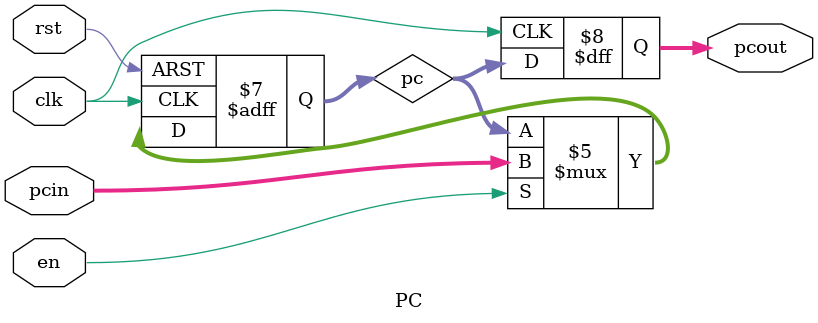
<source format=v>
`define ADDR_WIDTH 32
`define PC_WIDTH 32
module PC(
	input clk,
	input rst,
	input en,
	input [`ADDR_WIDTH - 1:0] pcin,
	output reg [`ADDR_WIDTH - 1:0]pcout
);

reg [`PC_WIDTH - 1:0] pc;


always@(posedge clk)
begin
	pcout <= pc;
end


always@(negedge clk, negedge rst)
begin
	if (!rst)
	begin
		pc <= `PC_WIDTH'h00000000;
	end
	else if (en)
	begin
		pc <= pcin;	
	end
	else 
		pc <= pc;
	
end

endmodule

</source>
